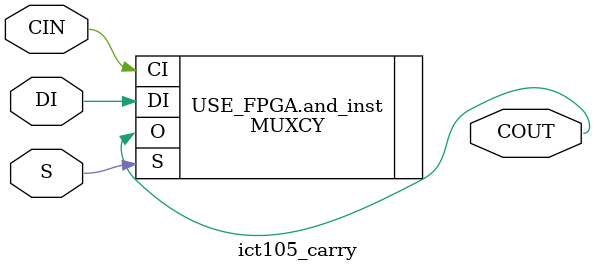
<source format=v>
`timescale 1ps/1ps


module ict105_carry #
  (
   parameter         C_FAMILY                         = "virtex6"
                       // FPGA Family. Current version: virtex6 or spartan6.
   )
  (
   input  wire        CIN,
   input  wire        S,
   input  wire        DI,
   output wire        COUT
   );
  
  
  /////////////////////////////////////////////////////////////////////////////
  // Variables for generating parameter controlled instances.
  /////////////////////////////////////////////////////////////////////////////
  
  
  /////////////////////////////////////////////////////////////////////////////
  // Local params
  /////////////////////////////////////////////////////////////////////////////
  
  
  /////////////////////////////////////////////////////////////////////////////
  // Functions
  /////////////////////////////////////////////////////////////////////////////
  
  
  /////////////////////////////////////////////////////////////////////////////
  // Internal signals
  /////////////////////////////////////////////////////////////////////////////
  
  
  /////////////////////////////////////////////////////////////////////////////
  // Instantiate or use RTL code
  /////////////////////////////////////////////////////////////////////////////
  
  generate
    if ( C_FAMILY == "rtl" ) begin : USE_RTL
      assign COUT = (CIN & S) | (DI & ~S);
      
    end else begin : USE_FPGA
    
      MUXCY and_inst 
      (
       .O (COUT), 
       .CI (CIN), 
       .DI (DI), 
       .S (S)
      ); 
      
    end
  endgenerate
  
  
endmodule


</source>
